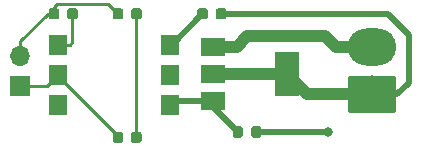
<source format=gtl>
G04 #@! TF.GenerationSoftware,KiCad,Pcbnew,5.0.2-bee76a0~70~ubuntu18.04.1*
G04 #@! TF.CreationDate,2020-07-16T16:32:00+05:30*
G04 #@! TF.ProjectId,plug_with_power_1A_v1.1,706c7567-5f77-4697-9468-5f706f776572,rev?*
G04 #@! TF.SameCoordinates,Original*
G04 #@! TF.FileFunction,Copper,L1,Top*
G04 #@! TF.FilePolarity,Positive*
%FSLAX46Y46*%
G04 Gerber Fmt 4.6, Leading zero omitted, Abs format (unit mm)*
G04 Created by KiCad (PCBNEW 5.0.2-bee76a0~70~ubuntu18.04.1) date Thu Jul 16 16:32:00 2020*
%MOMM*%
%LPD*%
G01*
G04 APERTURE LIST*
G04 #@! TA.AperFunction,Conductor*
%ADD10C,0.100000*%
G04 #@! TD*
G04 #@! TA.AperFunction,SMDPad,CuDef*
%ADD11C,0.875000*%
G04 #@! TD*
G04 #@! TA.AperFunction,SMDPad,CuDef*
%ADD12R,1.500000X1.780000*%
G04 #@! TD*
G04 #@! TA.AperFunction,SMDPad,CuDef*
%ADD13R,2.000000X1.500000*%
G04 #@! TD*
G04 #@! TA.AperFunction,SMDPad,CuDef*
%ADD14R,2.000000X3.800000*%
G04 #@! TD*
G04 #@! TA.AperFunction,ComponentPad*
%ADD15R,1.700000X1.700000*%
G04 #@! TD*
G04 #@! TA.AperFunction,ComponentPad*
%ADD16O,1.700000X1.700000*%
G04 #@! TD*
G04 #@! TA.AperFunction,ComponentPad*
%ADD17C,3.160000*%
G04 #@! TD*
G04 #@! TA.AperFunction,ComponentPad*
%ADD18O,4.100000X3.160000*%
G04 #@! TD*
G04 #@! TA.AperFunction,ViaPad*
%ADD19C,0.800000*%
G04 #@! TD*
G04 #@! TA.AperFunction,Conductor*
%ADD20C,0.250000*%
G04 #@! TD*
G04 #@! TA.AperFunction,Conductor*
%ADD21C,1.000000*%
G04 #@! TD*
G04 #@! TA.AperFunction,Conductor*
%ADD22C,0.500000*%
G04 #@! TD*
G04 APERTURE END LIST*
D10*
G04 #@! TO.N,Net-(R1-Pad1)*
G04 #@! TO.C,R1*
G36*
X99152691Y-71501053D02*
X99173926Y-71504203D01*
X99194750Y-71509419D01*
X99214962Y-71516651D01*
X99234368Y-71525830D01*
X99252781Y-71536866D01*
X99270024Y-71549654D01*
X99285930Y-71564070D01*
X99300346Y-71579976D01*
X99313134Y-71597219D01*
X99324170Y-71615632D01*
X99333349Y-71635038D01*
X99340581Y-71655250D01*
X99345797Y-71676074D01*
X99348947Y-71697309D01*
X99350000Y-71718750D01*
X99350000Y-72231250D01*
X99348947Y-72252691D01*
X99345797Y-72273926D01*
X99340581Y-72294750D01*
X99333349Y-72314962D01*
X99324170Y-72334368D01*
X99313134Y-72352781D01*
X99300346Y-72370024D01*
X99285930Y-72385930D01*
X99270024Y-72400346D01*
X99252781Y-72413134D01*
X99234368Y-72424170D01*
X99214962Y-72433349D01*
X99194750Y-72440581D01*
X99173926Y-72445797D01*
X99152691Y-72448947D01*
X99131250Y-72450000D01*
X98693750Y-72450000D01*
X98672309Y-72448947D01*
X98651074Y-72445797D01*
X98630250Y-72440581D01*
X98610038Y-72433349D01*
X98590632Y-72424170D01*
X98572219Y-72413134D01*
X98554976Y-72400346D01*
X98539070Y-72385930D01*
X98524654Y-72370024D01*
X98511866Y-72352781D01*
X98500830Y-72334368D01*
X98491651Y-72314962D01*
X98484419Y-72294750D01*
X98479203Y-72273926D01*
X98476053Y-72252691D01*
X98475000Y-72231250D01*
X98475000Y-71718750D01*
X98476053Y-71697309D01*
X98479203Y-71676074D01*
X98484419Y-71655250D01*
X98491651Y-71635038D01*
X98500830Y-71615632D01*
X98511866Y-71597219D01*
X98524654Y-71579976D01*
X98539070Y-71564070D01*
X98554976Y-71549654D01*
X98572219Y-71536866D01*
X98590632Y-71525830D01*
X98610038Y-71516651D01*
X98630250Y-71509419D01*
X98651074Y-71504203D01*
X98672309Y-71501053D01*
X98693750Y-71500000D01*
X99131250Y-71500000D01*
X99152691Y-71501053D01*
X99152691Y-71501053D01*
G37*
D11*
G04 #@! TD*
G04 #@! TO.P,R1,1*
G04 #@! TO.N,Net-(R1-Pad1)*
X98912500Y-71975000D03*
D10*
G04 #@! TO.N,Net-(J1-Pad2)*
G04 #@! TO.C,R1*
G36*
X97577691Y-71501053D02*
X97598926Y-71504203D01*
X97619750Y-71509419D01*
X97639962Y-71516651D01*
X97659368Y-71525830D01*
X97677781Y-71536866D01*
X97695024Y-71549654D01*
X97710930Y-71564070D01*
X97725346Y-71579976D01*
X97738134Y-71597219D01*
X97749170Y-71615632D01*
X97758349Y-71635038D01*
X97765581Y-71655250D01*
X97770797Y-71676074D01*
X97773947Y-71697309D01*
X97775000Y-71718750D01*
X97775000Y-72231250D01*
X97773947Y-72252691D01*
X97770797Y-72273926D01*
X97765581Y-72294750D01*
X97758349Y-72314962D01*
X97749170Y-72334368D01*
X97738134Y-72352781D01*
X97725346Y-72370024D01*
X97710930Y-72385930D01*
X97695024Y-72400346D01*
X97677781Y-72413134D01*
X97659368Y-72424170D01*
X97639962Y-72433349D01*
X97619750Y-72440581D01*
X97598926Y-72445797D01*
X97577691Y-72448947D01*
X97556250Y-72450000D01*
X97118750Y-72450000D01*
X97097309Y-72448947D01*
X97076074Y-72445797D01*
X97055250Y-72440581D01*
X97035038Y-72433349D01*
X97015632Y-72424170D01*
X96997219Y-72413134D01*
X96979976Y-72400346D01*
X96964070Y-72385930D01*
X96949654Y-72370024D01*
X96936866Y-72352781D01*
X96925830Y-72334368D01*
X96916651Y-72314962D01*
X96909419Y-72294750D01*
X96904203Y-72273926D01*
X96901053Y-72252691D01*
X96900000Y-72231250D01*
X96900000Y-71718750D01*
X96901053Y-71697309D01*
X96904203Y-71676074D01*
X96909419Y-71655250D01*
X96916651Y-71635038D01*
X96925830Y-71615632D01*
X96936866Y-71597219D01*
X96949654Y-71579976D01*
X96964070Y-71564070D01*
X96979976Y-71549654D01*
X96997219Y-71536866D01*
X97015632Y-71525830D01*
X97035038Y-71516651D01*
X97055250Y-71509419D01*
X97076074Y-71504203D01*
X97097309Y-71501053D01*
X97118750Y-71500000D01*
X97556250Y-71500000D01*
X97577691Y-71501053D01*
X97577691Y-71501053D01*
G37*
D11*
G04 #@! TD*
G04 #@! TO.P,R1,2*
G04 #@! TO.N,Net-(J1-Pad2)*
X97337500Y-71975000D03*
D10*
G04 #@! TO.N,/ACHC1*
G04 #@! TO.C,R3*
G36*
X114715191Y-81501053D02*
X114736426Y-81504203D01*
X114757250Y-81509419D01*
X114777462Y-81516651D01*
X114796868Y-81525830D01*
X114815281Y-81536866D01*
X114832524Y-81549654D01*
X114848430Y-81564070D01*
X114862846Y-81579976D01*
X114875634Y-81597219D01*
X114886670Y-81615632D01*
X114895849Y-81635038D01*
X114903081Y-81655250D01*
X114908297Y-81676074D01*
X114911447Y-81697309D01*
X114912500Y-81718750D01*
X114912500Y-82231250D01*
X114911447Y-82252691D01*
X114908297Y-82273926D01*
X114903081Y-82294750D01*
X114895849Y-82314962D01*
X114886670Y-82334368D01*
X114875634Y-82352781D01*
X114862846Y-82370024D01*
X114848430Y-82385930D01*
X114832524Y-82400346D01*
X114815281Y-82413134D01*
X114796868Y-82424170D01*
X114777462Y-82433349D01*
X114757250Y-82440581D01*
X114736426Y-82445797D01*
X114715191Y-82448947D01*
X114693750Y-82450000D01*
X114256250Y-82450000D01*
X114234809Y-82448947D01*
X114213574Y-82445797D01*
X114192750Y-82440581D01*
X114172538Y-82433349D01*
X114153132Y-82424170D01*
X114134719Y-82413134D01*
X114117476Y-82400346D01*
X114101570Y-82385930D01*
X114087154Y-82370024D01*
X114074366Y-82352781D01*
X114063330Y-82334368D01*
X114054151Y-82314962D01*
X114046919Y-82294750D01*
X114041703Y-82273926D01*
X114038553Y-82252691D01*
X114037500Y-82231250D01*
X114037500Y-81718750D01*
X114038553Y-81697309D01*
X114041703Y-81676074D01*
X114046919Y-81655250D01*
X114054151Y-81635038D01*
X114063330Y-81615632D01*
X114074366Y-81597219D01*
X114087154Y-81579976D01*
X114101570Y-81564070D01*
X114117476Y-81549654D01*
X114134719Y-81536866D01*
X114153132Y-81525830D01*
X114172538Y-81516651D01*
X114192750Y-81509419D01*
X114213574Y-81504203D01*
X114234809Y-81501053D01*
X114256250Y-81500000D01*
X114693750Y-81500000D01*
X114715191Y-81501053D01*
X114715191Y-81501053D01*
G37*
D11*
G04 #@! TD*
G04 #@! TO.P,R3,1*
G04 #@! TO.N,/ACHC1*
X114475000Y-81975000D03*
D10*
G04 #@! TO.N,Net-(D2-Pad3)*
G04 #@! TO.C,R3*
G36*
X113140191Y-81501053D02*
X113161426Y-81504203D01*
X113182250Y-81509419D01*
X113202462Y-81516651D01*
X113221868Y-81525830D01*
X113240281Y-81536866D01*
X113257524Y-81549654D01*
X113273430Y-81564070D01*
X113287846Y-81579976D01*
X113300634Y-81597219D01*
X113311670Y-81615632D01*
X113320849Y-81635038D01*
X113328081Y-81655250D01*
X113333297Y-81676074D01*
X113336447Y-81697309D01*
X113337500Y-81718750D01*
X113337500Y-82231250D01*
X113336447Y-82252691D01*
X113333297Y-82273926D01*
X113328081Y-82294750D01*
X113320849Y-82314962D01*
X113311670Y-82334368D01*
X113300634Y-82352781D01*
X113287846Y-82370024D01*
X113273430Y-82385930D01*
X113257524Y-82400346D01*
X113240281Y-82413134D01*
X113221868Y-82424170D01*
X113202462Y-82433349D01*
X113182250Y-82440581D01*
X113161426Y-82445797D01*
X113140191Y-82448947D01*
X113118750Y-82450000D01*
X112681250Y-82450000D01*
X112659809Y-82448947D01*
X112638574Y-82445797D01*
X112617750Y-82440581D01*
X112597538Y-82433349D01*
X112578132Y-82424170D01*
X112559719Y-82413134D01*
X112542476Y-82400346D01*
X112526570Y-82385930D01*
X112512154Y-82370024D01*
X112499366Y-82352781D01*
X112488330Y-82334368D01*
X112479151Y-82314962D01*
X112471919Y-82294750D01*
X112466703Y-82273926D01*
X112463553Y-82252691D01*
X112462500Y-82231250D01*
X112462500Y-81718750D01*
X112463553Y-81697309D01*
X112466703Y-81676074D01*
X112471919Y-81655250D01*
X112479151Y-81635038D01*
X112488330Y-81615632D01*
X112499366Y-81597219D01*
X112512154Y-81579976D01*
X112526570Y-81564070D01*
X112542476Y-81549654D01*
X112559719Y-81536866D01*
X112578132Y-81525830D01*
X112597538Y-81516651D01*
X112617750Y-81509419D01*
X112638574Y-81504203D01*
X112659809Y-81501053D01*
X112681250Y-81500000D01*
X113118750Y-81500000D01*
X113140191Y-81501053D01*
X113140191Y-81501053D01*
G37*
D11*
G04 #@! TD*
G04 #@! TO.P,R3,2*
G04 #@! TO.N,Net-(D2-Pad3)*
X112900000Y-81975000D03*
D10*
G04 #@! TO.N,Net-(R4-Pad2)*
G04 #@! TO.C,R4*
G36*
X110157691Y-71501053D02*
X110178926Y-71504203D01*
X110199750Y-71509419D01*
X110219962Y-71516651D01*
X110239368Y-71525830D01*
X110257781Y-71536866D01*
X110275024Y-71549654D01*
X110290930Y-71564070D01*
X110305346Y-71579976D01*
X110318134Y-71597219D01*
X110329170Y-71615632D01*
X110338349Y-71635038D01*
X110345581Y-71655250D01*
X110350797Y-71676074D01*
X110353947Y-71697309D01*
X110355000Y-71718750D01*
X110355000Y-72231250D01*
X110353947Y-72252691D01*
X110350797Y-72273926D01*
X110345581Y-72294750D01*
X110338349Y-72314962D01*
X110329170Y-72334368D01*
X110318134Y-72352781D01*
X110305346Y-72370024D01*
X110290930Y-72385930D01*
X110275024Y-72400346D01*
X110257781Y-72413134D01*
X110239368Y-72424170D01*
X110219962Y-72433349D01*
X110199750Y-72440581D01*
X110178926Y-72445797D01*
X110157691Y-72448947D01*
X110136250Y-72450000D01*
X109698750Y-72450000D01*
X109677309Y-72448947D01*
X109656074Y-72445797D01*
X109635250Y-72440581D01*
X109615038Y-72433349D01*
X109595632Y-72424170D01*
X109577219Y-72413134D01*
X109559976Y-72400346D01*
X109544070Y-72385930D01*
X109529654Y-72370024D01*
X109516866Y-72352781D01*
X109505830Y-72334368D01*
X109496651Y-72314962D01*
X109489419Y-72294750D01*
X109484203Y-72273926D01*
X109481053Y-72252691D01*
X109480000Y-72231250D01*
X109480000Y-71718750D01*
X109481053Y-71697309D01*
X109484203Y-71676074D01*
X109489419Y-71655250D01*
X109496651Y-71635038D01*
X109505830Y-71615632D01*
X109516866Y-71597219D01*
X109529654Y-71579976D01*
X109544070Y-71564070D01*
X109559976Y-71549654D01*
X109577219Y-71536866D01*
X109595632Y-71525830D01*
X109615038Y-71516651D01*
X109635250Y-71509419D01*
X109656074Y-71504203D01*
X109677309Y-71501053D01*
X109698750Y-71500000D01*
X110136250Y-71500000D01*
X110157691Y-71501053D01*
X110157691Y-71501053D01*
G37*
D11*
G04 #@! TD*
G04 #@! TO.P,R4,2*
G04 #@! TO.N,Net-(R4-Pad2)*
X109917500Y-71975000D03*
D10*
G04 #@! TO.N,/ACHC2*
G04 #@! TO.C,R4*
G36*
X111732691Y-71501053D02*
X111753926Y-71504203D01*
X111774750Y-71509419D01*
X111794962Y-71516651D01*
X111814368Y-71525830D01*
X111832781Y-71536866D01*
X111850024Y-71549654D01*
X111865930Y-71564070D01*
X111880346Y-71579976D01*
X111893134Y-71597219D01*
X111904170Y-71615632D01*
X111913349Y-71635038D01*
X111920581Y-71655250D01*
X111925797Y-71676074D01*
X111928947Y-71697309D01*
X111930000Y-71718750D01*
X111930000Y-72231250D01*
X111928947Y-72252691D01*
X111925797Y-72273926D01*
X111920581Y-72294750D01*
X111913349Y-72314962D01*
X111904170Y-72334368D01*
X111893134Y-72352781D01*
X111880346Y-72370024D01*
X111865930Y-72385930D01*
X111850024Y-72400346D01*
X111832781Y-72413134D01*
X111814368Y-72424170D01*
X111794962Y-72433349D01*
X111774750Y-72440581D01*
X111753926Y-72445797D01*
X111732691Y-72448947D01*
X111711250Y-72450000D01*
X111273750Y-72450000D01*
X111252309Y-72448947D01*
X111231074Y-72445797D01*
X111210250Y-72440581D01*
X111190038Y-72433349D01*
X111170632Y-72424170D01*
X111152219Y-72413134D01*
X111134976Y-72400346D01*
X111119070Y-72385930D01*
X111104654Y-72370024D01*
X111091866Y-72352781D01*
X111080830Y-72334368D01*
X111071651Y-72314962D01*
X111064419Y-72294750D01*
X111059203Y-72273926D01*
X111056053Y-72252691D01*
X111055000Y-72231250D01*
X111055000Y-71718750D01*
X111056053Y-71697309D01*
X111059203Y-71676074D01*
X111064419Y-71655250D01*
X111071651Y-71635038D01*
X111080830Y-71615632D01*
X111091866Y-71597219D01*
X111104654Y-71579976D01*
X111119070Y-71564070D01*
X111134976Y-71549654D01*
X111152219Y-71536866D01*
X111170632Y-71525830D01*
X111190038Y-71516651D01*
X111210250Y-71509419D01*
X111231074Y-71504203D01*
X111252309Y-71501053D01*
X111273750Y-71500000D01*
X111711250Y-71500000D01*
X111732691Y-71501053D01*
X111732691Y-71501053D01*
G37*
D11*
G04 #@! TD*
G04 #@! TO.P,R4,1*
G04 #@! TO.N,/ACHC2*
X111492500Y-71975000D03*
D12*
G04 #@! TO.P,U1,1*
G04 #@! TO.N,Net-(R1-Pad1)*
X97680000Y-74585000D03*
G04 #@! TO.P,U1,4*
G04 #@! TO.N,Net-(D2-Pad3)*
X107210000Y-79665000D03*
G04 #@! TO.P,U1,2*
G04 #@! TO.N,Net-(D1-Pad1)*
X97680000Y-77125000D03*
G04 #@! TO.P,U1,5*
G04 #@! TO.N,N/C*
X107210000Y-77125000D03*
G04 #@! TO.P,U1,3*
X97680000Y-79665000D03*
G04 #@! TO.P,U1,6*
G04 #@! TO.N,Net-(R4-Pad2)*
X107210000Y-74585000D03*
G04 #@! TD*
D10*
G04 #@! TO.N,Net-(D1-Pad1)*
G04 #@! TO.C,D1*
G36*
X102990191Y-81951053D02*
X103011426Y-81954203D01*
X103032250Y-81959419D01*
X103052462Y-81966651D01*
X103071868Y-81975830D01*
X103090281Y-81986866D01*
X103107524Y-81999654D01*
X103123430Y-82014070D01*
X103137846Y-82029976D01*
X103150634Y-82047219D01*
X103161670Y-82065632D01*
X103170849Y-82085038D01*
X103178081Y-82105250D01*
X103183297Y-82126074D01*
X103186447Y-82147309D01*
X103187500Y-82168750D01*
X103187500Y-82681250D01*
X103186447Y-82702691D01*
X103183297Y-82723926D01*
X103178081Y-82744750D01*
X103170849Y-82764962D01*
X103161670Y-82784368D01*
X103150634Y-82802781D01*
X103137846Y-82820024D01*
X103123430Y-82835930D01*
X103107524Y-82850346D01*
X103090281Y-82863134D01*
X103071868Y-82874170D01*
X103052462Y-82883349D01*
X103032250Y-82890581D01*
X103011426Y-82895797D01*
X102990191Y-82898947D01*
X102968750Y-82900000D01*
X102531250Y-82900000D01*
X102509809Y-82898947D01*
X102488574Y-82895797D01*
X102467750Y-82890581D01*
X102447538Y-82883349D01*
X102428132Y-82874170D01*
X102409719Y-82863134D01*
X102392476Y-82850346D01*
X102376570Y-82835930D01*
X102362154Y-82820024D01*
X102349366Y-82802781D01*
X102338330Y-82784368D01*
X102329151Y-82764962D01*
X102321919Y-82744750D01*
X102316703Y-82723926D01*
X102313553Y-82702691D01*
X102312500Y-82681250D01*
X102312500Y-82168750D01*
X102313553Y-82147309D01*
X102316703Y-82126074D01*
X102321919Y-82105250D01*
X102329151Y-82085038D01*
X102338330Y-82065632D01*
X102349366Y-82047219D01*
X102362154Y-82029976D01*
X102376570Y-82014070D01*
X102392476Y-81999654D01*
X102409719Y-81986866D01*
X102428132Y-81975830D01*
X102447538Y-81966651D01*
X102467750Y-81959419D01*
X102488574Y-81954203D01*
X102509809Y-81951053D01*
X102531250Y-81950000D01*
X102968750Y-81950000D01*
X102990191Y-81951053D01*
X102990191Y-81951053D01*
G37*
D11*
G04 #@! TD*
G04 #@! TO.P,D1,1*
G04 #@! TO.N,Net-(D1-Pad1)*
X102750000Y-82425000D03*
D10*
G04 #@! TO.N,Net-(D1-Pad2)*
G04 #@! TO.C,D1*
G36*
X104565191Y-81951053D02*
X104586426Y-81954203D01*
X104607250Y-81959419D01*
X104627462Y-81966651D01*
X104646868Y-81975830D01*
X104665281Y-81986866D01*
X104682524Y-81999654D01*
X104698430Y-82014070D01*
X104712846Y-82029976D01*
X104725634Y-82047219D01*
X104736670Y-82065632D01*
X104745849Y-82085038D01*
X104753081Y-82105250D01*
X104758297Y-82126074D01*
X104761447Y-82147309D01*
X104762500Y-82168750D01*
X104762500Y-82681250D01*
X104761447Y-82702691D01*
X104758297Y-82723926D01*
X104753081Y-82744750D01*
X104745849Y-82764962D01*
X104736670Y-82784368D01*
X104725634Y-82802781D01*
X104712846Y-82820024D01*
X104698430Y-82835930D01*
X104682524Y-82850346D01*
X104665281Y-82863134D01*
X104646868Y-82874170D01*
X104627462Y-82883349D01*
X104607250Y-82890581D01*
X104586426Y-82895797D01*
X104565191Y-82898947D01*
X104543750Y-82900000D01*
X104106250Y-82900000D01*
X104084809Y-82898947D01*
X104063574Y-82895797D01*
X104042750Y-82890581D01*
X104022538Y-82883349D01*
X104003132Y-82874170D01*
X103984719Y-82863134D01*
X103967476Y-82850346D01*
X103951570Y-82835930D01*
X103937154Y-82820024D01*
X103924366Y-82802781D01*
X103913330Y-82784368D01*
X103904151Y-82764962D01*
X103896919Y-82744750D01*
X103891703Y-82723926D01*
X103888553Y-82702691D01*
X103887500Y-82681250D01*
X103887500Y-82168750D01*
X103888553Y-82147309D01*
X103891703Y-82126074D01*
X103896919Y-82105250D01*
X103904151Y-82085038D01*
X103913330Y-82065632D01*
X103924366Y-82047219D01*
X103937154Y-82029976D01*
X103951570Y-82014070D01*
X103967476Y-81999654D01*
X103984719Y-81986866D01*
X104003132Y-81975830D01*
X104022538Y-81966651D01*
X104042750Y-81959419D01*
X104063574Y-81954203D01*
X104084809Y-81951053D01*
X104106250Y-81950000D01*
X104543750Y-81950000D01*
X104565191Y-81951053D01*
X104565191Y-81951053D01*
G37*
D11*
G04 #@! TD*
G04 #@! TO.P,D1,2*
G04 #@! TO.N,Net-(D1-Pad2)*
X104325000Y-82425000D03*
D10*
G04 #@! TO.N,Net-(J1-Pad2)*
G04 #@! TO.C,R2*
G36*
X102990191Y-71501053D02*
X103011426Y-71504203D01*
X103032250Y-71509419D01*
X103052462Y-71516651D01*
X103071868Y-71525830D01*
X103090281Y-71536866D01*
X103107524Y-71549654D01*
X103123430Y-71564070D01*
X103137846Y-71579976D01*
X103150634Y-71597219D01*
X103161670Y-71615632D01*
X103170849Y-71635038D01*
X103178081Y-71655250D01*
X103183297Y-71676074D01*
X103186447Y-71697309D01*
X103187500Y-71718750D01*
X103187500Y-72231250D01*
X103186447Y-72252691D01*
X103183297Y-72273926D01*
X103178081Y-72294750D01*
X103170849Y-72314962D01*
X103161670Y-72334368D01*
X103150634Y-72352781D01*
X103137846Y-72370024D01*
X103123430Y-72385930D01*
X103107524Y-72400346D01*
X103090281Y-72413134D01*
X103071868Y-72424170D01*
X103052462Y-72433349D01*
X103032250Y-72440581D01*
X103011426Y-72445797D01*
X102990191Y-72448947D01*
X102968750Y-72450000D01*
X102531250Y-72450000D01*
X102509809Y-72448947D01*
X102488574Y-72445797D01*
X102467750Y-72440581D01*
X102447538Y-72433349D01*
X102428132Y-72424170D01*
X102409719Y-72413134D01*
X102392476Y-72400346D01*
X102376570Y-72385930D01*
X102362154Y-72370024D01*
X102349366Y-72352781D01*
X102338330Y-72334368D01*
X102329151Y-72314962D01*
X102321919Y-72294750D01*
X102316703Y-72273926D01*
X102313553Y-72252691D01*
X102312500Y-72231250D01*
X102312500Y-71718750D01*
X102313553Y-71697309D01*
X102316703Y-71676074D01*
X102321919Y-71655250D01*
X102329151Y-71635038D01*
X102338330Y-71615632D01*
X102349366Y-71597219D01*
X102362154Y-71579976D01*
X102376570Y-71564070D01*
X102392476Y-71549654D01*
X102409719Y-71536866D01*
X102428132Y-71525830D01*
X102447538Y-71516651D01*
X102467750Y-71509419D01*
X102488574Y-71504203D01*
X102509809Y-71501053D01*
X102531250Y-71500000D01*
X102968750Y-71500000D01*
X102990191Y-71501053D01*
X102990191Y-71501053D01*
G37*
D11*
G04 #@! TD*
G04 #@! TO.P,R2,1*
G04 #@! TO.N,Net-(J1-Pad2)*
X102750000Y-71975000D03*
D10*
G04 #@! TO.N,Net-(D1-Pad2)*
G04 #@! TO.C,R2*
G36*
X104565191Y-71501053D02*
X104586426Y-71504203D01*
X104607250Y-71509419D01*
X104627462Y-71516651D01*
X104646868Y-71525830D01*
X104665281Y-71536866D01*
X104682524Y-71549654D01*
X104698430Y-71564070D01*
X104712846Y-71579976D01*
X104725634Y-71597219D01*
X104736670Y-71615632D01*
X104745849Y-71635038D01*
X104753081Y-71655250D01*
X104758297Y-71676074D01*
X104761447Y-71697309D01*
X104762500Y-71718750D01*
X104762500Y-72231250D01*
X104761447Y-72252691D01*
X104758297Y-72273926D01*
X104753081Y-72294750D01*
X104745849Y-72314962D01*
X104736670Y-72334368D01*
X104725634Y-72352781D01*
X104712846Y-72370024D01*
X104698430Y-72385930D01*
X104682524Y-72400346D01*
X104665281Y-72413134D01*
X104646868Y-72424170D01*
X104627462Y-72433349D01*
X104607250Y-72440581D01*
X104586426Y-72445797D01*
X104565191Y-72448947D01*
X104543750Y-72450000D01*
X104106250Y-72450000D01*
X104084809Y-72448947D01*
X104063574Y-72445797D01*
X104042750Y-72440581D01*
X104022538Y-72433349D01*
X104003132Y-72424170D01*
X103984719Y-72413134D01*
X103967476Y-72400346D01*
X103951570Y-72385930D01*
X103937154Y-72370024D01*
X103924366Y-72352781D01*
X103913330Y-72334368D01*
X103904151Y-72314962D01*
X103896919Y-72294750D01*
X103891703Y-72273926D01*
X103888553Y-72252691D01*
X103887500Y-72231250D01*
X103887500Y-71718750D01*
X103888553Y-71697309D01*
X103891703Y-71676074D01*
X103896919Y-71655250D01*
X103904151Y-71635038D01*
X103913330Y-71615632D01*
X103924366Y-71597219D01*
X103937154Y-71579976D01*
X103951570Y-71564070D01*
X103967476Y-71549654D01*
X103984719Y-71536866D01*
X104003132Y-71525830D01*
X104022538Y-71516651D01*
X104042750Y-71509419D01*
X104063574Y-71504203D01*
X104084809Y-71501053D01*
X104106250Y-71500000D01*
X104543750Y-71500000D01*
X104565191Y-71501053D01*
X104565191Y-71501053D01*
G37*
D11*
G04 #@! TD*
G04 #@! TO.P,R2,2*
G04 #@! TO.N,Net-(D1-Pad2)*
X104325000Y-71975000D03*
D13*
G04 #@! TO.P,D2,1*
G04 #@! TO.N,/ACHC1*
X110800000Y-74775000D03*
G04 #@! TO.P,D2,3*
G04 #@! TO.N,Net-(D2-Pad3)*
X110800000Y-79375000D03*
G04 #@! TO.P,D2,2*
G04 #@! TO.N,/ACHC2*
X110800000Y-77075000D03*
D14*
G04 #@! TO.P,D2,4*
X117100000Y-77075000D03*
G04 #@! TD*
D15*
G04 #@! TO.P,J1,1*
G04 #@! TO.N,Net-(D1-Pad1)*
X94475000Y-78090000D03*
D16*
G04 #@! TO.P,J1,2*
G04 #@! TO.N,Net-(J1-Pad2)*
X94475000Y-75550000D03*
G04 #@! TD*
D10*
G04 #@! TO.N,/ACHC2*
G04 #@! TO.C,J2*
G36*
X126099504Y-77196204D02*
X126123773Y-77199804D01*
X126147571Y-77205765D01*
X126170671Y-77214030D01*
X126192849Y-77224520D01*
X126213893Y-77237133D01*
X126233598Y-77251747D01*
X126251777Y-77268223D01*
X126268253Y-77286402D01*
X126282867Y-77306107D01*
X126295480Y-77327151D01*
X126305970Y-77349329D01*
X126314235Y-77372429D01*
X126320196Y-77396227D01*
X126323796Y-77420496D01*
X126325000Y-77445000D01*
X126325000Y-80105000D01*
X126323796Y-80129504D01*
X126320196Y-80153773D01*
X126314235Y-80177571D01*
X126305970Y-80200671D01*
X126295480Y-80222849D01*
X126282867Y-80243893D01*
X126268253Y-80263598D01*
X126251777Y-80281777D01*
X126233598Y-80298253D01*
X126213893Y-80312867D01*
X126192849Y-80325480D01*
X126170671Y-80335970D01*
X126147571Y-80344235D01*
X126123773Y-80350196D01*
X126099504Y-80353796D01*
X126075000Y-80355000D01*
X122475000Y-80355000D01*
X122450496Y-80353796D01*
X122426227Y-80350196D01*
X122402429Y-80344235D01*
X122379329Y-80335970D01*
X122357151Y-80325480D01*
X122336107Y-80312867D01*
X122316402Y-80298253D01*
X122298223Y-80281777D01*
X122281747Y-80263598D01*
X122267133Y-80243893D01*
X122254520Y-80222849D01*
X122244030Y-80200671D01*
X122235765Y-80177571D01*
X122229804Y-80153773D01*
X122226204Y-80129504D01*
X122225000Y-80105000D01*
X122225000Y-77445000D01*
X122226204Y-77420496D01*
X122229804Y-77396227D01*
X122235765Y-77372429D01*
X122244030Y-77349329D01*
X122254520Y-77327151D01*
X122267133Y-77306107D01*
X122281747Y-77286402D01*
X122298223Y-77268223D01*
X122316402Y-77251747D01*
X122336107Y-77237133D01*
X122357151Y-77224520D01*
X122379329Y-77214030D01*
X122402429Y-77205765D01*
X122426227Y-77199804D01*
X122450496Y-77196204D01*
X122475000Y-77195000D01*
X126075000Y-77195000D01*
X126099504Y-77196204D01*
X126099504Y-77196204D01*
G37*
D17*
G04 #@! TD*
G04 #@! TO.P,J2,1*
G04 #@! TO.N,/ACHC2*
X124275000Y-78775000D03*
D18*
G04 #@! TO.P,J2,2*
G04 #@! TO.N,/ACHC1*
X124275000Y-74815000D03*
G04 #@! TD*
D19*
G04 #@! TO.N,/ACHC1*
X120575000Y-81975000D03*
G04 #@! TD*
D20*
G04 #@! TO.N,Net-(J1-Pad2)*
X94475000Y-74300000D02*
X94475000Y-74347919D01*
X96800000Y-71975000D02*
X94475000Y-74300000D01*
X94475000Y-74347919D02*
X94475000Y-75550000D01*
X97337500Y-71975000D02*
X96800000Y-71975000D01*
X102288388Y-71513388D02*
X102750000Y-71975000D01*
X101949990Y-71174990D02*
X102288388Y-71513388D01*
X97562510Y-71174990D02*
X101949990Y-71174990D01*
X97337500Y-71400000D02*
X97562510Y-71174990D01*
X97337500Y-71975000D02*
X97337500Y-71400000D01*
G04 #@! TO.N,Net-(R1-Pad1)*
X98912500Y-74352500D02*
X98680000Y-74585000D01*
X98680000Y-74585000D02*
X97680000Y-74585000D01*
X98912500Y-71975000D02*
X98912500Y-74352500D01*
D21*
G04 #@! TO.N,/ACHC1*
X121225000Y-74815000D02*
X124275000Y-74815000D01*
X120284999Y-73874999D02*
X121225000Y-74815000D01*
X113700001Y-73874999D02*
X120284999Y-73874999D01*
X112800000Y-74775000D02*
X113700001Y-73874999D01*
X110800000Y-74775000D02*
X112800000Y-74775000D01*
D22*
X120575000Y-81975000D02*
X114475000Y-81975000D01*
D21*
G04 #@! TO.N,/ACHC2*
X117100000Y-77075000D02*
X110800000Y-77075000D01*
X118800000Y-78775000D02*
X124275000Y-78775000D01*
X117100000Y-77075000D02*
X118800000Y-78775000D01*
D22*
X127375010Y-77824990D02*
X126425000Y-78775000D01*
X126425000Y-78775000D02*
X124275000Y-78775000D01*
X127375010Y-73725615D02*
X127375010Y-77824990D01*
X125624395Y-71975000D02*
X127375010Y-73725615D01*
X111492500Y-71975000D02*
X125624395Y-71975000D01*
D20*
G04 #@! TO.N,Net-(D1-Pad1)*
X96715000Y-78090000D02*
X97680000Y-77125000D01*
X94475000Y-78090000D02*
X96715000Y-78090000D01*
X102750000Y-82335000D02*
X102750000Y-82425000D01*
X97680000Y-77265000D02*
X102750000Y-82335000D01*
X97680000Y-77125000D02*
X97680000Y-77265000D01*
G04 #@! TO.N,Net-(D1-Pad2)*
X104325000Y-72550000D02*
X104325000Y-82425000D01*
X104325000Y-71975000D02*
X104325000Y-72550000D01*
D22*
G04 #@! TO.N,Net-(D2-Pad3)*
X107210000Y-79665000D02*
X107210000Y-79757500D01*
X107500000Y-79375000D02*
X107210000Y-79665000D01*
X110800000Y-79375000D02*
X107500000Y-79375000D01*
X110800000Y-79875000D02*
X112900000Y-81975000D01*
X110800000Y-79375000D02*
X110800000Y-79875000D01*
G04 #@! TO.N,Net-(R4-Pad2)*
X107307500Y-74585000D02*
X109917500Y-71975000D01*
X107210000Y-74585000D02*
X107307500Y-74585000D01*
G04 #@! TD*
M02*

</source>
